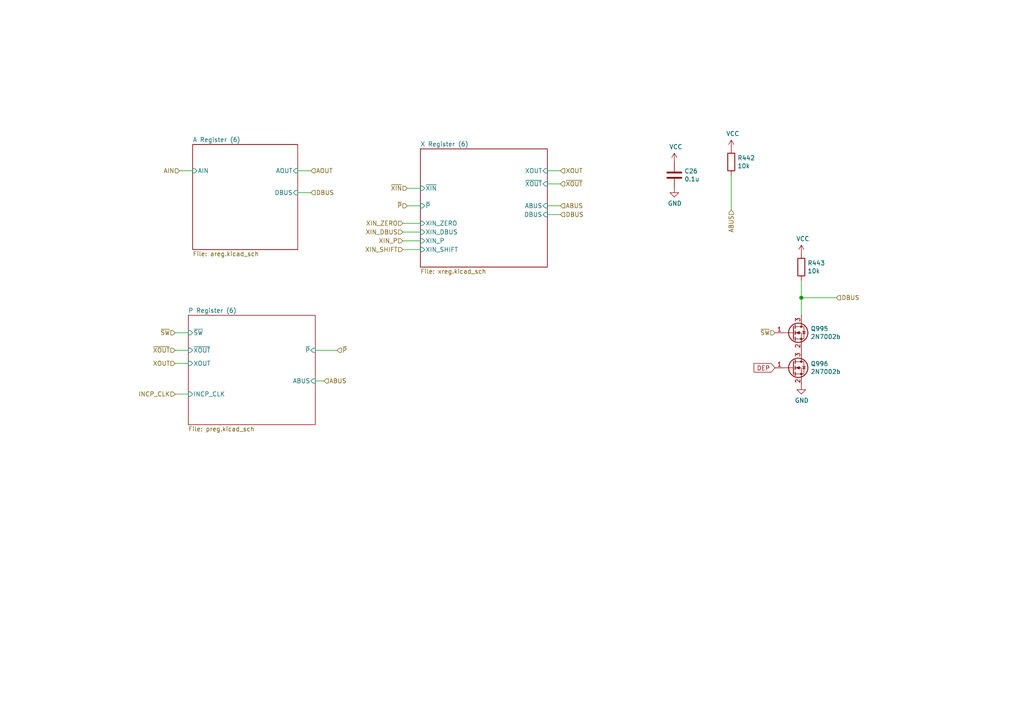
<source format=kicad_sch>
(kicad_sch (version 20210126) (generator eeschema)
  (paper "A4")
  (title_block (title "Q2 Bit Slice 6") (date "2021-02-05") (rev "1") (company "joewing.net"))
  (lib_symbols
    (symbol "Device:C" (pin_numbers hide) (pin_names (offset 0.254))
      (property "Reference" "C" (at 0.635 2.54 0))
      (property "Value" "C" (at 0.635 -2.54 0))
      (symbol "C_0_1"
        (polyline (pts (xy -2.032 -0.762) (xy 2.032 -0.762)) (stroke (width 0.508)))
        (polyline (pts (xy -2.032 0.762) (xy 2.032 0.762)) (stroke (width 0.508)))
      )
      (symbol "C_1_1"
        (pin passive line (at 0 3.81 270) (length 2.794) (name "~") (number "1"))
        (pin passive line (at 0 -3.81 90) (length 2.794) (name "~") (number "2"))
      )
    )
    (symbol "Device:R" (pin_numbers hide) (pin_names (offset 0))
      (property "Reference" "R" (at 2.032 0 90))
      (property "Value" "R" (at 0 0 90))
      (symbol "R_0_1"
        (rectangle (start -1.016 -2.54) (end 1.016 2.54) (stroke (width 0.254)))
      )
      (symbol "R_1_1"
        (pin passive line (at 0 3.81 270) (length 1.27) (name "~") (number "1"))
        (pin passive line (at 0 -3.81 90) (length 1.27) (name "~") (number "2"))
      )
    )
    (symbol "Transistor_FET:2N7002" (pin_names hide)
      (property "Reference" "Q" (at 5.08 1.905 0))
      (property "Value" "2N7002" (at 5.08 0 0))
      (symbol "2N7002_0_1"
        (circle (center 1.651 0) (radius 2.794) (stroke (width 0.254)))
        (circle (center 2.54 -1.778) (radius 0.254) (fill (type outline)))
        (circle (center 2.54 1.778) (radius 0.254) (fill (type outline)))
        (polyline (pts (xy 0.254 0) (xy -2.54 0)))
        (polyline (pts (xy 0.254 1.905) (xy 0.254 -1.905)) (stroke (width 0.254)))
        (polyline (pts (xy 0.762 -1.27) (xy 0.762 -2.286)) (stroke (width 0.254)))
        (polyline (pts (xy 0.762 0.508) (xy 0.762 -0.508)) (stroke (width 0.254)))
        (polyline (pts (xy 0.762 2.286) (xy 0.762 1.27)) (stroke (width 0.254)))
        (polyline (pts (xy 2.54 2.54) (xy 2.54 1.778)))
        (polyline (pts (xy 2.54 -2.54) (xy 2.54 0) (xy 0.762 0)))
        (polyline (pts (xy 0.762 -1.778) (xy 3.302 -1.778) (xy 3.302 1.778) (xy 0.762 1.778)))
        (polyline (pts (xy 1.016 0) (xy 2.032 0.381) (xy 2.032 -0.381) (xy 1.016 0)) (fill (type outline)))
        (polyline (pts (xy 2.794 0.508) (xy 2.921 0.381) (xy 3.683 0.381) (xy 3.81 0.254)))
        (polyline (pts (xy 3.302 0.381) (xy 2.921 -0.254) (xy 3.683 -0.254) (xy 3.302 0.381)))
      )
      (symbol "2N7002_1_1"
        (pin input line (at -5.08 0 0) (length 2.54) (name "G") (number "1"))
        (pin passive line (at 2.54 -5.08 90) (length 2.54) (name "S") (number "2"))
        (pin passive line (at 2.54 5.08 270) (length 2.54) (name "D") (number "3"))
      )
    )
    (symbol "power:GND" (power) (pin_names (offset 0))
      (property "Value" "GND" (at 0 -3.81 0))
      (symbol "GND_0_1"
        (polyline (pts (xy 0 0) (xy 0 -1.27) (xy 1.27 -1.27) (xy 0 -2.54) (xy -1.27 -1.27) (xy 0 -1.27)))
      )
      (symbol "GND_1_1"
        (pin power_in line (at 0 0 270) (length 0) hide (name "GND") (number "1"))
      )
    )
    (symbol "power:VCC" (power) (pin_names (offset 0))
      (property "Value" "VCC" (at 0 3.81 0))
      (symbol "VCC_0_1"
        (polyline (pts (xy -0.762 1.27) (xy 0 2.54)))
        (polyline (pts (xy 0 0) (xy 0 2.54)))
        (polyline (pts (xy 0 2.54) (xy 0.762 1.27)))
      )
      (symbol "VCC_1_1"
        (pin power_in line (at 0 0 90) (length 0) hide (name "VCC") (number "1"))
      )
    )
  )
  (junction (at 232.41 86.36) (diameter 1.016))
  (wire (pts (xy 50.8 96.52) (xy 54.61 96.52)))
  (wire (pts (xy 50.8 101.6) (xy 54.61 101.6)))
  (wire (pts (xy 50.8 105.41) (xy 54.61 105.41)))
  (wire (pts (xy 50.8 114.3) (xy 54.61 114.3)))
  (wire (pts (xy 55.88 49.53) (xy 52.07 49.53)))
  (wire (pts (xy 90.17 49.53) (xy 86.36 49.53)))
  (wire (pts (xy 90.17 55.88) (xy 86.36 55.88)))
  (wire (pts (xy 91.44 101.6) (xy 97.79 101.6)))
  (wire (pts (xy 91.44 110.49) (xy 93.98 110.49)))
  (wire (pts (xy 116.84 64.77) (xy 121.92 64.77)))
  (wire (pts (xy 116.84 67.31) (xy 121.92 67.31)))
  (wire (pts (xy 116.84 69.85) (xy 121.92 69.85)))
  (wire (pts (xy 116.84 72.39) (xy 121.92 72.39)))
  (wire (pts (xy 118.11 54.61) (xy 121.92 54.61)))
  (wire (pts (xy 118.11 59.69) (xy 121.92 59.69)))
  (wire (pts (xy 158.75 49.53) (xy 162.56 49.53)))
  (wire (pts (xy 158.75 53.34) (xy 162.56 53.34)))
  (wire (pts (xy 158.75 59.69) (xy 162.56 59.69)))
  (wire (pts (xy 162.56 62.23) (xy 158.75 62.23)))
  (wire (pts (xy 212.09 50.8) (xy 212.09 60.96)))
  (wire (pts (xy 232.41 86.36) (xy 232.41 81.28)))
  (wire (pts (xy 232.41 86.36) (xy 242.57 86.36)))
  (wire (pts (xy 232.41 91.44) (xy 232.41 86.36)))
  (global_label "DEP" (shape input) (at 224.79 106.68 180) (property "Intersheet References" "${INTERSHEET_REFS}" (effects hide)))
  (hierarchical_label "~SW" (shape input) (at 50.8 96.52 180))
  (hierarchical_label "~XOUT" (shape input) (at 50.8 101.6 180))
  (hierarchical_label "XOUT" (shape input) (at 50.8 105.41 180))
  (hierarchical_label "INCP_CLK" (shape input) (at 50.8 114.3 180))
  (hierarchical_label "AIN" (shape input) (at 52.07 49.53 180))
  (hierarchical_label "AOUT" (shape input) (at 90.17 49.53 0))
  (hierarchical_label "DBUS" (shape input) (at 90.17 55.88 0))
  (hierarchical_label "ABUS" (shape input) (at 93.98 110.49 0))
  (hierarchical_label "~P" (shape input) (at 97.79 101.6 0))
  (hierarchical_label "XIN_ZERO" (shape input) (at 116.84 64.77 180))
  (hierarchical_label "XIN_DBUS" (shape input) (at 116.84 67.31 180))
  (hierarchical_label "XIN_P" (shape input) (at 116.84 69.85 180))
  (hierarchical_label "XIN_SHIFT" (shape input) (at 116.84 72.39 180))
  (hierarchical_label "~XIN" (shape input) (at 118.11 54.61 180))
  (hierarchical_label "~P" (shape input) (at 118.11 59.69 180))
  (hierarchical_label "XOUT" (shape input) (at 162.56 49.53 0))
  (hierarchical_label "~XOUT" (shape input) (at 162.56 53.34 0))
  (hierarchical_label "ABUS" (shape input) (at 162.56 59.69 0))
  (hierarchical_label "DBUS" (shape input) (at 162.56 62.23 0))
  (hierarchical_label "ABUS" (shape input) (at 212.09 60.96 270))
  (hierarchical_label "~SW" (shape input) (at 224.79 96.52 180))
  (hierarchical_label "DBUS" (shape input) (at 242.57 86.36 0))
  (symbol (lib_id "power:VCC") (at 195.58 46.99 0) (unit 1)
    (property "Reference" "#PWR0936" (effects hide))
    (property "Value" "VCC" (at 196.0118 42.5958 0))
  )
  (symbol (lib_id "power:VCC") (at 212.09 43.18 0) (unit 1)
    (property "Reference" "#PWR0935" (effects hide))
    (property "Value" "VCC" (at 212.5218 38.7858 0))
  )
  (symbol (lib_id "power:VCC") (at 232.41 73.66 0) (unit 1)
    (property "Reference" "#PWR0938" (effects hide))
    (property "Value" "VCC" (at 232.8418 69.2658 0))
  )
  (symbol (lib_id "power:GND") (at 195.58 54.61 0) (unit 1)
    (property "Reference" "#PWR0937" (effects hide))
    (property "Value" "GND" (at 195.707 59.0042 0))
  )
  (symbol (lib_id "power:GND") (at 232.41 111.76 0) (unit 1)
    (property "Reference" "#PWR0939" (effects hide))
    (property "Value" "GND" (at 232.537 116.1542 0))
  )
  (symbol (lib_id "Device:R") (at 212.09 46.99 0) (unit 1)
    (property "Reference" "R442" (at 213.868 45.8216 0) (effects (justify left)))
    (property "Value" "10k" (at 213.868 48.133 0) (effects (justify left)))
    (property "Footprint" "Resistor_SMD:R_0805_2012Metric" (effects hide))
    (property "LCSC" "C17414" (effects hide))
  )
  (symbol (lib_id "Device:R") (at 232.41 77.47 0) (unit 1)
    (property "Reference" "R443" (at 234.188 76.3016 0) (effects (justify left)))
    (property "Value" "10k" (at 234.188 78.613 0) (effects (justify left)))
    (property "Footprint" "Resistor_SMD:R_0805_2012Metric" (effects hide))
    (property "LCSC" "C17414" (effects hide))
  )
  (symbol (lib_id "Device:C") (at 195.58 50.8 0) (unit 1)
    (property "Reference" "C26" (at 198.501 49.6316 0) (effects (justify left)))
    (property "Value" "0.1u" (at 198.501 51.943 0) (effects (justify left)))
    (property "Footprint" "Capacitor_SMD:C_0805_2012Metric" (effects hide))
    (property "LCSC" "C49678" (effects hide))
  )
  (symbol (lib_id "Transistor_FET:2N7002") (at 229.87 96.52 0) (unit 1)
    (property "Reference" "Q995" (at 235.1024 95.3516 0) (effects (justify left)))
    (property "Value" "2N7002b" (at 235.102 97.663 0) (effects (justify left)))
    (property "Footprint" "Package_TO_SOT_SMD:SOT-23" (effects hide))
    (property "Datasheet" "https://www.fairchildsemi.com/datasheets/2N/2N7002.pdf" (effects hide))
    (property "LCSC" "C8545" (effects hide))
  )
  (symbol (lib_id "Transistor_FET:2N7002") (at 229.87 106.68 0) (unit 1)
    (property "Reference" "Q996" (at 235.1024 105.5116 0) (effects (justify left)))
    (property "Value" "2N7002b" (at 235.102 107.823 0) (effects (justify left)))
    (property "Footprint" "Package_TO_SOT_SMD:SOT-23" (effects hide))
    (property "Datasheet" "https://www.fairchildsemi.com/datasheets/2N/2N7002.pdf" (effects hide))
    (property "LCSC" "C8545" (effects hide))
  )
  (sheet (at 55.88 41.91) (size 30.48 30.48)
    (property "Sheet name" "A Register (6)" (at 55.88 41.275 0) (effects (justify left bottom)))
    (property "Sheet file" "areg.kicad_sch" (at 55.88 72.8985 0) (effects (justify left top)))
    (pin "AIN" input (at 55.88 49.53 180))
    (pin "AOUT" input (at 86.36 49.53 0))
    (pin "DBUS" input (at 86.36 55.88 0))
  )
  (sheet (at 54.61 91.44) (size 36.83 31.75)
    (property "Sheet name" "P Register (6)" (at 54.61 90.805 0) (effects (justify left bottom)))
    (property "Sheet file" "preg.kicad_sch" (at 54.61 123.6985 0) (effects (justify left top)))
    (pin "~XOUT" input (at 54.61 101.6 180))
    (pin "~SW" input (at 54.61 96.52 180))
    (pin "XOUT" input (at 54.61 105.41 180))
    (pin "ABUS" input (at 91.44 110.49 0))
    (pin "~P" input (at 91.44 101.6 0))
    (pin "INCP_CLK" input (at 54.61 114.3 180))
  )
  (sheet (at 121.92 43.18) (size 36.83 34.29)
    (property "Sheet name" "X Register (6)" (at 121.92 42.544 0) (effects (justify left bottom)))
    (property "Sheet file" "xreg.kicad_sch" (at 121.92 77.9785 0) (effects (justify left top)))
    (pin "DBUS" input (at 158.75 62.23 0))
    (pin "XOUT" input (at 158.75 49.53 0))
    (pin "~P" input (at 121.92 59.69 180))
    (pin "~XIN" input (at 121.92 54.61 180))
    (pin "ABUS" input (at 158.75 59.69 0))
    (pin "~XOUT" input (at 158.75 53.34 0))
    (pin "XIN_ZERO" input (at 121.92 64.77 180))
    (pin "XIN_DBUS" input (at 121.92 67.31 180))
    (pin "XIN_P" input (at 121.92 69.85 180))
    (pin "XIN_SHIFT" input (at 121.92 72.39 180))
  )
)
</source>
